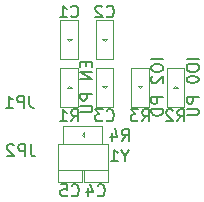
<source format=gbo>
G04 #@! TF.GenerationSoftware,KiCad,Pcbnew,(5.1.10-1-10_14)*
G04 #@! TF.CreationDate,2021-12-01T23:11:49+09:00*
G04 #@! TF.ProjectId,DIP-ESP32,4449502d-4553-4503-9332-2e6b69636164,V1.0*
G04 #@! TF.SameCoordinates,Original*
G04 #@! TF.FileFunction,Legend,Bot*
G04 #@! TF.FilePolarity,Positive*
%FSLAX46Y46*%
G04 Gerber Fmt 4.6, Leading zero omitted, Abs format (unit mm)*
G04 Created by KiCad (PCBNEW (5.1.10-1-10_14)) date 2021-12-01 23:11:49*
%MOMM*%
%LPD*%
G01*
G04 APERTURE LIST*
%ADD10C,0.150000*%
%ADD11C,0.120000*%
G04 APERTURE END LIST*
D10*
X6452380Y-5595238D02*
X5452380Y-5595238D01*
X5452380Y-6261904D02*
X5452380Y-6452380D01*
X5500000Y-6547619D01*
X5595238Y-6642857D01*
X5785714Y-6690476D01*
X6119047Y-6690476D01*
X6309523Y-6642857D01*
X6404761Y-6547619D01*
X6452380Y-6452380D01*
X6452380Y-6261904D01*
X6404761Y-6166666D01*
X6309523Y-6071428D01*
X6119047Y-6023809D01*
X5785714Y-6023809D01*
X5595238Y-6071428D01*
X5500000Y-6166666D01*
X5452380Y-6261904D01*
X5452380Y-7309523D02*
X5452380Y-7404761D01*
X5500000Y-7500000D01*
X5547619Y-7547619D01*
X5642857Y-7595238D01*
X5833333Y-7642857D01*
X6071428Y-7642857D01*
X6261904Y-7595238D01*
X6357142Y-7547619D01*
X6404761Y-7500000D01*
X6452380Y-7404761D01*
X6452380Y-7309523D01*
X6404761Y-7214285D01*
X6357142Y-7166666D01*
X6261904Y-7119047D01*
X6071428Y-7071428D01*
X5833333Y-7071428D01*
X5642857Y-7119047D01*
X5547619Y-7166666D01*
X5500000Y-7214285D01*
X5452380Y-7309523D01*
X6452380Y-8833333D02*
X5452380Y-8833333D01*
X5452380Y-9214285D01*
X5500000Y-9309523D01*
X5547619Y-9357142D01*
X5642857Y-9404761D01*
X5785714Y-9404761D01*
X5880952Y-9357142D01*
X5928571Y-9309523D01*
X5976190Y-9214285D01*
X5976190Y-8833333D01*
X5452380Y-9833333D02*
X6261904Y-9833333D01*
X6357142Y-9880952D01*
X6404761Y-9928571D01*
X6452380Y-10023809D01*
X6452380Y-10214285D01*
X6404761Y-10309523D01*
X6357142Y-10357142D01*
X6261904Y-10404761D01*
X5452380Y-10404761D01*
X3452380Y-5619047D02*
X2452380Y-5619047D01*
X2452380Y-6285714D02*
X2452380Y-6476190D01*
X2500000Y-6571428D01*
X2595238Y-6666666D01*
X2785714Y-6714285D01*
X3119047Y-6714285D01*
X3309523Y-6666666D01*
X3404761Y-6571428D01*
X3452380Y-6476190D01*
X3452380Y-6285714D01*
X3404761Y-6190476D01*
X3309523Y-6095238D01*
X3119047Y-6047619D01*
X2785714Y-6047619D01*
X2595238Y-6095238D01*
X2500000Y-6190476D01*
X2452380Y-6285714D01*
X2547619Y-7095238D02*
X2500000Y-7142857D01*
X2452380Y-7238095D01*
X2452380Y-7476190D01*
X2500000Y-7571428D01*
X2547619Y-7619047D01*
X2642857Y-7666666D01*
X2738095Y-7666666D01*
X2880952Y-7619047D01*
X3452380Y-7047619D01*
X3452380Y-7666666D01*
X3452380Y-8857142D02*
X2452380Y-8857142D01*
X2452380Y-9238095D01*
X2500000Y-9333333D01*
X2547619Y-9380952D01*
X2642857Y-9428571D01*
X2785714Y-9428571D01*
X2880952Y-9380952D01*
X2928571Y-9333333D01*
X2976190Y-9238095D01*
X2976190Y-8857142D01*
X3452380Y-9857142D02*
X2452380Y-9857142D01*
X2452380Y-10095238D01*
X2500000Y-10238095D01*
X2595238Y-10333333D01*
X2690476Y-10380952D01*
X2880952Y-10428571D01*
X3023809Y-10428571D01*
X3214285Y-10380952D01*
X3309523Y-10333333D01*
X3404761Y-10238095D01*
X3452380Y-10095238D01*
X3452380Y-9857142D01*
X-3071428Y-5857142D02*
X-3071428Y-6190476D01*
X-2547619Y-6333333D02*
X-2547619Y-5857142D01*
X-3547619Y-5857142D01*
X-3547619Y-6333333D01*
X-2547619Y-6761904D02*
X-3547619Y-6761904D01*
X-2547619Y-7333333D01*
X-3547619Y-7333333D01*
X-2547619Y-8571428D02*
X-3547619Y-8571428D01*
X-3547619Y-8952380D01*
X-3500000Y-9047619D01*
X-3452380Y-9095238D01*
X-3357142Y-9142857D01*
X-3214285Y-9142857D01*
X-3119047Y-9095238D01*
X-3071428Y-9047619D01*
X-3023809Y-8952380D01*
X-3023809Y-8571428D01*
X-3547619Y-9571428D02*
X-2738095Y-9571428D01*
X-2642857Y-9619047D01*
X-2595238Y-9666666D01*
X-2547619Y-9761904D01*
X-2547619Y-9952380D01*
X-2595238Y-10047619D01*
X-2642857Y-10095238D01*
X-2738095Y-10142857D01*
X-3547619Y-10142857D01*
D11*
X-1250000Y-15000000D02*
X-1250000Y-12800000D01*
X-5450000Y-15000000D02*
X-1250000Y-15000000D01*
X-5450000Y-12800000D02*
X-5450000Y-15000000D01*
X-1250000Y-12800000D02*
X-5450000Y-12800000D01*
X-5000000Y-12800000D02*
X-5000000Y-11300000D01*
X-1700000Y-12800000D02*
X-1700000Y-11300000D01*
X-5000000Y-12800000D02*
X-1700000Y-12800000D01*
X-5000000Y-11300000D02*
X-1700000Y-11300000D01*
X-3250000Y-12250000D02*
X-3250000Y-11850000D01*
X-3250000Y-11850000D02*
X-3450000Y-12050000D01*
X-3450000Y-12050000D02*
X-3250000Y-12250000D01*
X-5450000Y-16000000D02*
X-3450000Y-16000000D01*
X-5450000Y-15000000D02*
X-3450000Y-15000000D01*
X-5450000Y-15000000D02*
X-5450000Y-16000000D01*
X-3450000Y-15000000D02*
X-3450000Y-16000000D01*
X-1250000Y-15000000D02*
X-3250000Y-15000000D01*
X-1250000Y-16000000D02*
X-3250000Y-16000000D01*
X-1250000Y-16000000D02*
X-1250000Y-15000000D01*
X-3250000Y-16000000D02*
X-3250000Y-15000000D01*
X2250000Y-9650000D02*
X750000Y-9650000D01*
X2250000Y-6350000D02*
X750000Y-6350000D01*
X2250000Y-9650000D02*
X2250000Y-6350000D01*
X750000Y-9650000D02*
X750000Y-6350000D01*
X1700000Y-7900000D02*
X1300000Y-7900000D01*
X1300000Y-7900000D02*
X1500000Y-8100000D01*
X1500000Y-8100000D02*
X1700000Y-7900000D01*
X3750000Y-6350000D02*
X5250000Y-6350000D01*
X3750000Y-9650000D02*
X5250000Y-9650000D01*
X3750000Y-6350000D02*
X3750000Y-9650000D01*
X5250000Y-6350000D02*
X5250000Y-9650000D01*
X4300000Y-8100000D02*
X4700000Y-8100000D01*
X4700000Y-8100000D02*
X4500000Y-7900000D01*
X4500000Y-7900000D02*
X4300000Y-8100000D01*
X-5250000Y-6350000D02*
X-3750000Y-6350000D01*
X-5250000Y-9650000D02*
X-3750000Y-9650000D01*
X-5250000Y-6350000D02*
X-5250000Y-9650000D01*
X-3750000Y-6350000D02*
X-3750000Y-9650000D01*
X-4700000Y-8100000D02*
X-4300000Y-8100000D01*
X-4300000Y-8100000D02*
X-4500000Y-7900000D01*
X-4500000Y-7900000D02*
X-4700000Y-8100000D01*
X-750000Y-9650000D02*
X-2250000Y-9650000D01*
X-750000Y-6350000D02*
X-2250000Y-6350000D01*
X-750000Y-9650000D02*
X-750000Y-6350000D01*
X-2250000Y-9650000D02*
X-2250000Y-6350000D01*
X-1300000Y-7900000D02*
X-1700000Y-7900000D01*
X-1700000Y-7900000D02*
X-1500000Y-8100000D01*
X-1500000Y-8100000D02*
X-1300000Y-7900000D01*
X-750000Y-5650000D02*
X-2250000Y-5650000D01*
X-750000Y-2350000D02*
X-2250000Y-2350000D01*
X-750000Y-5650000D02*
X-750000Y-2350000D01*
X-2250000Y-5650000D02*
X-2250000Y-2350000D01*
X-1300000Y-3900000D02*
X-1700000Y-3900000D01*
X-1700000Y-3900000D02*
X-1500000Y-4100000D01*
X-1500000Y-4100000D02*
X-1300000Y-3900000D01*
X-3750000Y-5650000D02*
X-5250000Y-5650000D01*
X-3750000Y-2350000D02*
X-5250000Y-2350000D01*
X-3750000Y-5650000D02*
X-3750000Y-2350000D01*
X-5250000Y-5650000D02*
X-5250000Y-2350000D01*
X-4300000Y-3900000D02*
X-4700000Y-3900000D01*
X-4700000Y-3900000D02*
X-4500000Y-4100000D01*
X-4500000Y-4100000D02*
X-4300000Y-3900000D01*
D10*
X226190Y-13826190D02*
X226190Y-14302380D01*
X559523Y-13302380D02*
X226190Y-13826190D01*
X-107142Y-13302380D01*
X-964285Y-14302380D02*
X-392857Y-14302380D01*
X-678571Y-14302380D02*
X-678571Y-13302380D01*
X-583333Y-13445238D01*
X-488095Y-13540476D01*
X-392857Y-13588095D01*
X-33333Y-12552380D02*
X300000Y-12076190D01*
X538095Y-12552380D02*
X538095Y-11552380D01*
X157142Y-11552380D01*
X61904Y-11600000D01*
X14285Y-11647619D01*
X-33333Y-11742857D01*
X-33333Y-11885714D01*
X14285Y-11980952D01*
X61904Y-12028571D01*
X157142Y-12076190D01*
X538095Y-12076190D01*
X-890476Y-11885714D02*
X-890476Y-12552380D01*
X-652380Y-11504761D02*
X-414285Y-12219047D01*
X-1033333Y-12219047D01*
X-7766666Y-12852380D02*
X-7766666Y-13566666D01*
X-7719047Y-13709523D01*
X-7623809Y-13804761D01*
X-7480952Y-13852380D01*
X-7385714Y-13852380D01*
X-8242857Y-13852380D02*
X-8242857Y-12852380D01*
X-8623809Y-12852380D01*
X-8719047Y-12900000D01*
X-8766666Y-12947619D01*
X-8814285Y-13042857D01*
X-8814285Y-13185714D01*
X-8766666Y-13280952D01*
X-8719047Y-13328571D01*
X-8623809Y-13376190D01*
X-8242857Y-13376190D01*
X-9195238Y-12947619D02*
X-9242857Y-12900000D01*
X-9338095Y-12852380D01*
X-9576190Y-12852380D01*
X-9671428Y-12900000D01*
X-9719047Y-12947619D01*
X-9766666Y-13042857D01*
X-9766666Y-13138095D01*
X-9719047Y-13280952D01*
X-9147619Y-13852380D01*
X-9766666Y-13852380D01*
X-7866666Y-8752380D02*
X-7866666Y-9466666D01*
X-7819047Y-9609523D01*
X-7723809Y-9704761D01*
X-7580952Y-9752380D01*
X-7485714Y-9752380D01*
X-8342857Y-9752380D02*
X-8342857Y-8752380D01*
X-8723809Y-8752380D01*
X-8819047Y-8800000D01*
X-8866666Y-8847619D01*
X-8914285Y-8942857D01*
X-8914285Y-9085714D01*
X-8866666Y-9180952D01*
X-8819047Y-9228571D01*
X-8723809Y-9276190D01*
X-8342857Y-9276190D01*
X-9866666Y-9752380D02*
X-9295238Y-9752380D01*
X-9580952Y-9752380D02*
X-9580952Y-8752380D01*
X-9485714Y-8895238D01*
X-9390476Y-8990476D01*
X-9295238Y-9038095D01*
X-4283333Y-17157142D02*
X-4235714Y-17204761D01*
X-4092857Y-17252380D01*
X-3997619Y-17252380D01*
X-3854761Y-17204761D01*
X-3759523Y-17109523D01*
X-3711904Y-17014285D01*
X-3664285Y-16823809D01*
X-3664285Y-16680952D01*
X-3711904Y-16490476D01*
X-3759523Y-16395238D01*
X-3854761Y-16300000D01*
X-3997619Y-16252380D01*
X-4092857Y-16252380D01*
X-4235714Y-16300000D01*
X-4283333Y-16347619D01*
X-5188095Y-16252380D02*
X-4711904Y-16252380D01*
X-4664285Y-16728571D01*
X-4711904Y-16680952D01*
X-4807142Y-16633333D01*
X-5045238Y-16633333D01*
X-5140476Y-16680952D01*
X-5188095Y-16728571D01*
X-5235714Y-16823809D01*
X-5235714Y-17061904D01*
X-5188095Y-17157142D01*
X-5140476Y-17204761D01*
X-5045238Y-17252380D01*
X-4807142Y-17252380D01*
X-4711904Y-17204761D01*
X-4664285Y-17157142D01*
X-2083333Y-17157142D02*
X-2035714Y-17204761D01*
X-1892857Y-17252380D01*
X-1797619Y-17252380D01*
X-1654761Y-17204761D01*
X-1559523Y-17109523D01*
X-1511904Y-17014285D01*
X-1464285Y-16823809D01*
X-1464285Y-16680952D01*
X-1511904Y-16490476D01*
X-1559523Y-16395238D01*
X-1654761Y-16300000D01*
X-1797619Y-16252380D01*
X-1892857Y-16252380D01*
X-2035714Y-16300000D01*
X-2083333Y-16347619D01*
X-2940476Y-16585714D02*
X-2940476Y-17252380D01*
X-2702380Y-16204761D02*
X-2464285Y-16919047D01*
X-3083333Y-16919047D01*
X1666666Y-10902380D02*
X2000000Y-10426190D01*
X2238095Y-10902380D02*
X2238095Y-9902380D01*
X1857142Y-9902380D01*
X1761904Y-9950000D01*
X1714285Y-9997619D01*
X1666666Y-10092857D01*
X1666666Y-10235714D01*
X1714285Y-10330952D01*
X1761904Y-10378571D01*
X1857142Y-10426190D01*
X2238095Y-10426190D01*
X1333333Y-9902380D02*
X714285Y-9902380D01*
X1047619Y-10283333D01*
X904761Y-10283333D01*
X809523Y-10330952D01*
X761904Y-10378571D01*
X714285Y-10473809D01*
X714285Y-10711904D01*
X761904Y-10807142D01*
X809523Y-10854761D01*
X904761Y-10902380D01*
X1190476Y-10902380D01*
X1285714Y-10854761D01*
X1333333Y-10807142D01*
X4666666Y-10902380D02*
X5000000Y-10426190D01*
X5238095Y-10902380D02*
X5238095Y-9902380D01*
X4857142Y-9902380D01*
X4761904Y-9950000D01*
X4714285Y-9997619D01*
X4666666Y-10092857D01*
X4666666Y-10235714D01*
X4714285Y-10330952D01*
X4761904Y-10378571D01*
X4857142Y-10426190D01*
X5238095Y-10426190D01*
X4285714Y-9997619D02*
X4238095Y-9950000D01*
X4142857Y-9902380D01*
X3904761Y-9902380D01*
X3809523Y-9950000D01*
X3761904Y-9997619D01*
X3714285Y-10092857D01*
X3714285Y-10188095D01*
X3761904Y-10330952D01*
X4333333Y-10902380D01*
X3714285Y-10902380D01*
X-4333333Y-10902380D02*
X-3999999Y-10426190D01*
X-3761904Y-10902380D02*
X-3761904Y-9902380D01*
X-4142857Y-9902380D01*
X-4238095Y-9950000D01*
X-4285714Y-9997619D01*
X-4333333Y-10092857D01*
X-4333333Y-10235714D01*
X-4285714Y-10330952D01*
X-4238095Y-10378571D01*
X-4142857Y-10426190D01*
X-3761904Y-10426190D01*
X-5285714Y-10902380D02*
X-4714285Y-10902380D01*
X-4999999Y-10902380D02*
X-4999999Y-9902380D01*
X-4904761Y-10045238D01*
X-4809523Y-10140476D01*
X-4714285Y-10188095D01*
X-1333333Y-10807142D02*
X-1285714Y-10854761D01*
X-1142857Y-10902380D01*
X-1047619Y-10902380D01*
X-904761Y-10854761D01*
X-809523Y-10759523D01*
X-761904Y-10664285D01*
X-714285Y-10473809D01*
X-714285Y-10330952D01*
X-761904Y-10140476D01*
X-809523Y-10045238D01*
X-904761Y-9950000D01*
X-1047619Y-9902380D01*
X-1142857Y-9902380D01*
X-1285714Y-9950000D01*
X-1333333Y-9997619D01*
X-1666666Y-9902380D02*
X-2285714Y-9902380D01*
X-1952380Y-10283333D01*
X-2095238Y-10283333D01*
X-2190476Y-10330952D01*
X-2238095Y-10378571D01*
X-2285714Y-10473809D01*
X-2285714Y-10711904D01*
X-2238095Y-10807142D01*
X-2190476Y-10854761D01*
X-2095238Y-10902380D01*
X-1809523Y-10902380D01*
X-1714285Y-10854761D01*
X-1666666Y-10807142D01*
X-1333333Y-2007142D02*
X-1285714Y-2054761D01*
X-1142857Y-2102380D01*
X-1047619Y-2102380D01*
X-904761Y-2054761D01*
X-809523Y-1959523D01*
X-761904Y-1864285D01*
X-714285Y-1673809D01*
X-714285Y-1530952D01*
X-761904Y-1340476D01*
X-809523Y-1245238D01*
X-904761Y-1150000D01*
X-1047619Y-1102380D01*
X-1142857Y-1102380D01*
X-1285714Y-1150000D01*
X-1333333Y-1197619D01*
X-1714285Y-1197619D02*
X-1761904Y-1150000D01*
X-1857142Y-1102380D01*
X-2095238Y-1102380D01*
X-2190476Y-1150000D01*
X-2238095Y-1197619D01*
X-2285714Y-1292857D01*
X-2285714Y-1388095D01*
X-2238095Y-1530952D01*
X-1666666Y-2102380D01*
X-2285714Y-2102380D01*
X-4333333Y-2007142D02*
X-4285714Y-2054761D01*
X-4142857Y-2102380D01*
X-4047619Y-2102380D01*
X-3904761Y-2054761D01*
X-3809523Y-1959523D01*
X-3761904Y-1864285D01*
X-3714285Y-1673809D01*
X-3714285Y-1530952D01*
X-3761904Y-1340476D01*
X-3809523Y-1245238D01*
X-3904761Y-1150000D01*
X-4047619Y-1102380D01*
X-4142857Y-1102380D01*
X-4285714Y-1150000D01*
X-4333333Y-1197619D01*
X-5285714Y-2102380D02*
X-4714285Y-2102380D01*
X-4999999Y-2102380D02*
X-4999999Y-1102380D01*
X-4904761Y-1245238D01*
X-4809523Y-1340476D01*
X-4714285Y-1388095D01*
M02*

</source>
